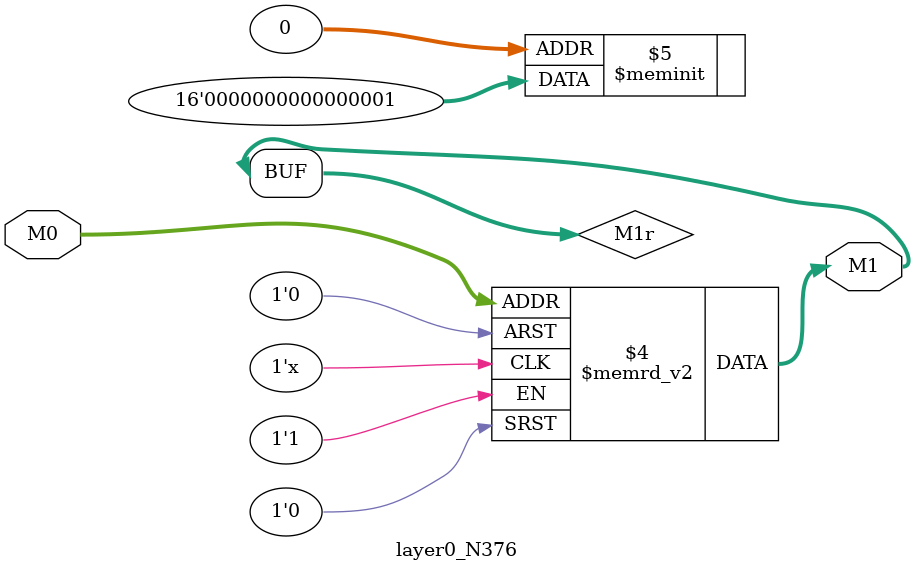
<source format=v>
module layer0_N376 ( input [2:0] M0, output [1:0] M1 );

	(*rom_style = "distributed" *) reg [1:0] M1r;
	assign M1 = M1r;
	always @ (M0) begin
		case (M0)
			3'b000: M1r = 2'b01;
			3'b100: M1r = 2'b00;
			3'b010: M1r = 2'b00;
			3'b110: M1r = 2'b00;
			3'b001: M1r = 2'b00;
			3'b101: M1r = 2'b00;
			3'b011: M1r = 2'b00;
			3'b111: M1r = 2'b00;

		endcase
	end
endmodule

</source>
